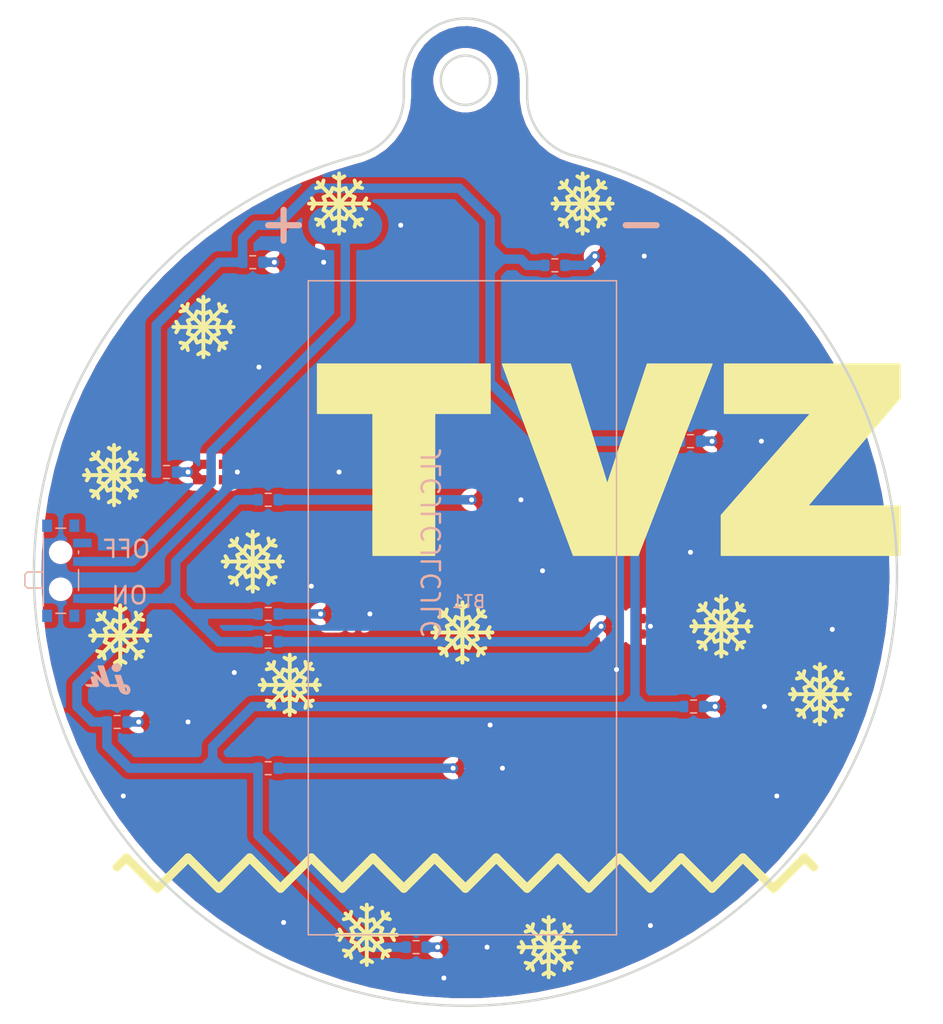
<source format=kicad_pcb>
(kicad_pcb (version 20171130) (host pcbnew "(5.1.10)-1")
  (layers (0 F.Cu signal) (31 B.Cu signal) (34 B.Paste user) (35 F.Paste user) (36 B.SilkS user) (37 F.SilkS user) (38 B.Mask user) (39 F.Mask user) (44 Edge.Cuts user))
  (net 0 "")
  (net 1 "Net-(D1-Pad1)")
  (net 2 "Net-(SW1-Pad3)")
  (net 3 VCC)
  (net 4 GND)
  (net 5 "Net-(D2-Pad1)")
  (net 6 "Net-(D3-Pad1)")
  (net 7 "Net-(D4-Pad1)")
  (net 8 "Net-(D5-Pad1)")
  (net 9 "Net-(D6-Pad1)")
  (net 10 "Net-(D7-Pad1)")
  (net 11 "Net-(D8-Pad1)")
  (net 12 "Net-(D9-Pad1)")
  (net 13 "Net-(D10-Pad1)")
  (net 14 "Net-(D11-Pad1)")
  (net 15 "Net-(R1-Pad1)")
  (module TVZ_kuglica:D2 (layer F.Cu) (at 152 113.25)
    (fp_text reference G*** hide)
    (fp_text value LOGO hide)
  )
  (module TVZ_kuglica:D1 (layer F.Cu) (at 122.75 113.25)
    (fp_text reference G*** hide)
    (fp_text value LOGO hide)
  )
  (module TVZ_kuglica:logo (layer B.Cu) (at 107.95 108.45 180)
    (fp_text reference G*** hide)
    (fp_text value LOGO hide)
  )
  (module TVZ_kuglica:ukras1 (layer F.Cu) (at 165.75 109.75)
    (fp_text reference G*** hide)
    (fp_text value LOGO hide)
  )
  (module TVZ_kuglica:ukras1 (layer F.Cu) (at 129 129.25)
    (fp_text reference G*** hide)
    (fp_text value LOGO hide)
  )
  (module TVZ_kuglica:ukras1 (layer F.Cu) (at 143.75 130.25)
    (fp_text reference G*** hide)
    (fp_text value LOGO hide)
  )
  (module TVZ_kuglica:ukras1 (layer F.Cu) (at 115.75 80)
    (fp_text reference G*** hide)
    (fp_text value LOGO hide)
  )
  (module TVZ_kuglica:ukras2 (layer F.Cu) (at 144.25 78.75)
    (fp_text reference G*** hide)
    (fp_text value LOGO hide)
  )
  (module TVZ_kuglica:ukras1 (layer F.Cu) (at 146.5 70)
    (fp_text reference G*** hide)
    (fp_text value LOGO hide)
  )
  (module TVZ_kuglica:ukras3 (layer F.Cu) (at 137 68.75)
    (fp_text reference G*** hide)
    (fp_text value LOGO hide)
  )
  (module TVZ_kuglica:ukras1 (layer F.Cu) (at 157.75 104.25)
    (fp_text reference G*** hide)
    (fp_text value LOGO hide)
  )
  (module TVZ_kuglica:ukras1 (layer F.Cu) (at 136.75 104.75)
    (fp_text reference G*** hide)
    (fp_text value LOGO hide)
  )
  (module TVZ_kuglica:ukras1 (layer F.Cu) (at 122.75 109)
    (fp_text reference G*** hide)
    (fp_text value LOGO hide)
  )
  (module TVZ_kuglica:ukras1 (layer F.Cu) (at 109 105)
    (fp_text reference G*** hide)
    (fp_text value LOGO hide)
  )
  (module TVZ_kuglica:ukras1 (layer F.Cu) (at 119.75 99)
    (fp_text reference G*** hide)
    (fp_text value LOGO hide)
  )
  (module TVZ_kuglica:ukras1 (layer F.Cu) (at 108.5 92)
    (fp_text reference G*** hide)
    (fp_text value LOGO hide)
  )
  (module TVZ_kuglica:ukras1 (layer F.Cu) (at 126.75 70)
    (fp_text reference G*** hide)
    (fp_text value LOGO hide)
  )
  (module Button_Switch_SMD:SW_SPDT_PCM12 (layer B.Cu) (at 104.5 99.75 90)
    (fp_text reference SW1 hide)
    (fp_text value SW_SPDT)
    (pad "" np_thru_hole circle (at -1.5 -0.33 90) (size 0.9 0.9) (drill 0.9) (layers *.Cu *.Mask))
    (pad "" np_thru_hole circle (at 1.5 -0.33 90) (size 0.9 0.9) (drill 0.9) (layers *.Cu *.Mask))
    (pad 1 smd rect (at -2.25 1.43 90) (size 0.7 1.5) (layers B.Cu B.Paste B.Mask) (net 15 "Net-(R1-Pad1)"))
    (pad 2 smd rect (at 0.75 1.43 90) (size 0.7 1.5) (layers B.Cu B.Paste B.Mask) (net 3 VCC))
    (pad 3 smd rect (at 2.25 1.43 90) (size 0.7 1.5) (layers B.Cu B.Paste B.Mask) (net 2 "Net-(SW1-Pad3)"))
    (pad "" smd rect (at -3.65 -1.43 90) (size 1 0.8) (layers B.Cu B.Paste B.Mask))
    (pad "" smd rect (at 3.65 -1.43 90) (size 1 0.8) (layers B.Cu B.Paste B.Mask))
    (pad "" smd rect (at 3.65 0.78 90) (size 1 0.8) (layers B.Cu B.Paste B.Mask))
    (pad "" smd rect (at -3.65 0.78 90) (size 1 0.8) (layers B.Cu B.Paste B.Mask))
  )
  (module TVZ_kuglica:LED-0807 (layer F.Cu) (at 116.5 91.75)
    (fp_text reference D1 hide)
    (fp_text value RGB)
    (pad 1 smd rect (at -1.05 -0.625) (size 1.1 0.75) (layers F.Cu F.Paste F.Mask) (net 1 "Net-(D1-Pad1)"))
    (pad 2 smd rect (at 1.05 -0.625) (size 1.1 0.75) (layers F.Cu F.Paste F.Mask) (net 4 GND))
    (pad 1 smd rect (at -1.05 0.625) (size 1.1 0.75) (layers F.Cu F.Paste F.Mask) (net 1 "Net-(D1-Pad1)"))
    (pad 2 smd rect (at 1.05 0.625) (size 1.1 0.75) (layers F.Cu F.Paste F.Mask) (net 4 GND))
  )
  (module TVZ_kuglica:LED-0807 (layer F.Cu) (at 123.5 74.75)
    (fp_text reference D2 hide)
    (fp_text value RGB)
    (pad 2 smd rect (at 1.05 0.625) (size 1.1 0.75) (layers F.Cu F.Paste F.Mask) (net 4 GND))
    (pad 1 smd rect (at -1.05 0.625) (size 1.1 0.75) (layers F.Cu F.Paste F.Mask) (net 5 "Net-(D2-Pad1)"))
    (pad 2 smd rect (at 1.05 -0.625) (size 1.1 0.75) (layers F.Cu F.Paste F.Mask) (net 4 GND))
    (pad 1 smd rect (at -1.05 -0.625) (size 1.1 0.75) (layers F.Cu F.Paste F.Mask) (net 5 "Net-(D2-Pad1)"))
  )
  (module TVZ_kuglica:LED-0807 (layer F.Cu) (at 149.5 74.25)
    (fp_text reference D3 hide)
    (fp_text value RGB)
    (pad 1 smd rect (at -1.05 -0.625) (size 1.1 0.75) (layers F.Cu F.Paste F.Mask) (net 6 "Net-(D3-Pad1)"))
    (pad 2 smd rect (at 1.05 -0.625) (size 1.1 0.75) (layers F.Cu F.Paste F.Mask) (net 4 GND))
    (pad 1 smd rect (at -1.05 0.625) (size 1.1 0.75) (layers F.Cu F.Paste F.Mask) (net 6 "Net-(D3-Pad1)"))
    (pad 2 smd rect (at 1.05 0.625) (size 1.1 0.75) (layers F.Cu F.Paste F.Mask) (net 4 GND))
  )
  (module TVZ_kuglica:LED-0807 (layer F.Cu) (at 127.25 103.25)
    (fp_text reference D4 hide)
    (fp_text value RGB)
    (pad 2 smd rect (at 1.05 0.625) (size 1.1 0.75) (layers F.Cu F.Paste F.Mask) (net 4 GND))
    (pad 1 smd rect (at -1.05 0.625) (size 1.1 0.75) (layers F.Cu F.Paste F.Mask) (net 7 "Net-(D4-Pad1)"))
    (pad 2 smd rect (at 1.05 -0.625) (size 1.1 0.75) (layers F.Cu F.Paste F.Mask) (net 4 GND))
    (pad 1 smd rect (at -1.05 -0.625) (size 1.1 0.75) (layers F.Cu F.Paste F.Mask) (net 7 "Net-(D4-Pad1)"))
  )
  (module TVZ_kuglica:LED-0807 (layer F.Cu) (at 112.5 112)
    (fp_text reference D5 hide)
    (fp_text value RGB)
    (pad 1 smd rect (at -1.05 -0.625) (size 1.1 0.75) (layers F.Cu F.Paste F.Mask) (net 8 "Net-(D5-Pad1)"))
    (pad 2 smd rect (at 1.05 -0.625) (size 1.1 0.75) (layers F.Cu F.Paste F.Mask) (net 4 GND))
    (pad 1 smd rect (at -1.05 0.625) (size 1.1 0.75) (layers F.Cu F.Paste F.Mask) (net 8 "Net-(D5-Pad1)"))
    (pad 2 smd rect (at 1.05 0.625) (size 1.1 0.75) (layers F.Cu F.Paste F.Mask) (net 4 GND))
  )
  (module TVZ_kuglica:LED-0807 (layer F.Cu) (at 138 115.75)
    (fp_text reference D6 hide)
    (fp_text value RGB)
    (pad 2 smd rect (at 1.05 0.625) (size 1.1 0.75) (layers F.Cu F.Paste F.Mask) (net 4 GND))
    (pad 1 smd rect (at -1.05 0.625) (size 1.1 0.75) (layers F.Cu F.Paste F.Mask) (net 9 "Net-(D6-Pad1)"))
    (pad 2 smd rect (at 1.05 -0.625) (size 1.1 0.75) (layers F.Cu F.Paste F.Mask) (net 4 GND))
    (pad 1 smd rect (at -1.05 -0.625) (size 1.1 0.75) (layers F.Cu F.Paste F.Mask) (net 9 "Net-(D6-Pad1)"))
  )
  (module TVZ_kuglica:LED-0807 (layer F.Cu) (at 159.25 110.75)
    (fp_text reference D8 hide)
    (fp_text value RGB)
    (pad 2 smd rect (at 1.05 0.625) (size 1.1 0.75) (layers F.Cu F.Paste F.Mask) (net 4 GND))
    (pad 1 smd rect (at -1.05 0.625) (size 1.1 0.75) (layers F.Cu F.Paste F.Mask) (net 11 "Net-(D8-Pad1)"))
    (pad 2 smd rect (at 1.05 -0.625) (size 1.1 0.75) (layers F.Cu F.Paste F.Mask) (net 4 GND))
    (pad 1 smd rect (at -1.05 -0.625) (size 1.1 0.75) (layers F.Cu F.Paste F.Mask) (net 11 "Net-(D8-Pad1)"))
  )
  (module TVZ_kuglica:LED-0807 (layer F.Cu) (at 159 89.25)
    (fp_text reference D9 hide)
    (fp_text value RGB)
    (pad 1 smd rect (at -1.05 -0.625) (size 1.1 0.75) (layers F.Cu F.Paste F.Mask) (net 12 "Net-(D9-Pad1)"))
    (pad 2 smd rect (at 1.05 -0.625) (size 1.1 0.75) (layers F.Cu F.Paste F.Mask) (net 4 GND))
    (pad 1 smd rect (at -1.05 0.625) (size 1.1 0.75) (layers F.Cu F.Paste F.Mask) (net 12 "Net-(D9-Pad1)"))
    (pad 2 smd rect (at 1.05 0.625) (size 1.1 0.75) (layers F.Cu F.Paste F.Mask) (net 4 GND))
  )
  (module TVZ_kuglica:LED-0807 (layer F.Cu) (at 150 104.25)
    (fp_text reference D10 hide)
    (fp_text value RGB)
    (pad 2 smd rect (at 1.05 0.625) (size 1.1 0.75) (layers F.Cu F.Paste F.Mask) (net 4 GND))
    (pad 1 smd rect (at -1.05 0.625) (size 1.1 0.75) (layers F.Cu F.Paste F.Mask) (net 13 "Net-(D10-Pad1)"))
    (pad 2 smd rect (at 1.05 -0.625) (size 1.1 0.75) (layers F.Cu F.Paste F.Mask) (net 4 GND))
    (pad 1 smd rect (at -1.05 -0.625) (size 1.1 0.75) (layers F.Cu F.Paste F.Mask) (net 13 "Net-(D10-Pad1)"))
  )
  (module TVZ_kuglica:BAT-2xAAA-horizontalni_padovi (layer B.Cu) (at 137.25 102.75)
    (fp_text reference BT1 (at 0 -0.5) (layer B.SilkS) (effects (justify mirror)))
    (fp_text value 2xAAA)
    (pad 1 smd oval (at -10 -31 90) (size 3 6) (layers B.Cu B.Paste B.Mask) (net 3 VCC))
    (pad 2 smd oval (at 9 -31 270) (size 3 6) (layers B.Cu B.Paste B.Mask) (net 4 GND))
  )
  (module TVZ_kuglica:LED-0807 (layer F.Cu) (at 136.75 130.25)
    (fp_text reference D7 hide)
    (fp_text value RGB)
    (pad 1 smd rect (at -1.05 -0.625) (size 1.1 0.75) (layers F.Cu F.Paste F.Mask) (net 10 "Net-(D7-Pad1)"))
    (pad 2 smd rect (at 1.05 -0.625) (size 1.1 0.75) (layers F.Cu F.Paste F.Mask) (net 4 GND))
    (pad 1 smd rect (at -1.05 0.625) (size 1.1 0.75) (layers F.Cu F.Paste F.Mask) (net 10 "Net-(D7-Pad1)"))
    (pad 2 smd rect (at 1.05 0.625) (size 1.1 0.75) (layers F.Cu F.Paste F.Mask) (net 4 GND))
  )
  (module TVZ_kuglica:LED-0807 (layer F.Cu) (at 139.5 94)
    (fp_text reference D11 hide)
    (fp_text value RGB)
    (pad 1 smd rect (at -1.05 -0.625) (size 1.1 0.75) (layers F.Cu F.Paste F.Mask) (net 14 "Net-(D11-Pad1)"))
    (pad 2 smd rect (at 1.05 -0.625) (size 1.1 0.75) (layers F.Cu F.Paste F.Mask) (net 4 GND))
    (pad 1 smd rect (at -1.05 0.625) (size 1.1 0.75) (layers F.Cu F.Paste F.Mask) (net 14 "Net-(D11-Pad1)"))
    (pad 2 smd rect (at 1.05 0.625) (size 1.1 0.75) (layers F.Cu F.Paste F.Mask) (net 4 GND))
  )
  (module Resistor_SMD:R_0603_1608Metric (layer B.Cu) (at 112.75 91.75)
    (fp_text reference R1 hide)
    (fp_text value 2k)
    (pad 1 smd roundrect (at -0.825 0) (size 0.8 0.95) (layers B.Cu B.Paste B.Mask) (net 15 "Net-(R1-Pad1)"))
    (pad 2 smd roundrect (at 0.825 0) (size 0.8 0.95) (layers B.Cu B.Paste B.Mask) (net 1 "Net-(D1-Pad1)"))
  )
  (module Resistor_SMD:R_0603_1608Metric (layer B.Cu) (at 119.75 74.75)
    (fp_text reference R2)
    (fp_text value 2k)
    (pad 2 smd roundrect (at 0.825 0) (size 0.8 0.95) (layers B.Cu B.Paste B.Mask) (net 5 "Net-(D2-Pad1)"))
    (pad 1 smd roundrect (at -0.825 0) (size 0.8 0.95) (layers B.Cu B.Paste B.Mask) (net 15 "Net-(R1-Pad1)"))
  )
  (module Resistor_SMD:R_0603_1608Metric (layer B.Cu) (at 144.25 75)
    (fp_text reference R3 hide)
    (fp_text value 2k)
    (pad 1 smd roundrect (at -0.825 0) (size 0.8 0.95) (layers B.Cu B.Paste B.Mask) (net 15 "Net-(R1-Pad1)"))
    (pad 2 smd roundrect (at 0.825 0) (size 0.8 0.95) (layers B.Cu B.Paste B.Mask) (net 6 "Net-(D3-Pad1)"))
  )
  (module Resistor_SMD:R_0603_1608Metric (layer B.Cu) (at 121 103.25)
    (fp_text reference R4)
    (fp_text value 2k)
    (pad 2 smd roundrect (at 0.825 0) (size 0.8 0.95) (layers B.Cu B.Paste B.Mask) (net 7 "Net-(D4-Pad1)"))
    (pad 1 smd roundrect (at -0.825 0) (size 0.8 0.95) (layers B.Cu B.Paste B.Mask) (net 15 "Net-(R1-Pad1)"))
  )
  (module Resistor_SMD:R_0603_1608Metric (layer B.Cu) (at 108.75 112)
    (fp_text reference R5)
    (fp_text value 2k)
    (pad 1 smd roundrect (at -0.825 0) (size 0.8 0.95) (layers B.Cu B.Paste B.Mask) (net 15 "Net-(R1-Pad1)"))
    (pad 2 smd roundrect (at 0.825 0) (size 0.8 0.95) (layers B.Cu B.Paste B.Mask) (net 8 "Net-(D5-Pad1)"))
  )
  (module Resistor_SMD:R_0603_1608Metric (layer B.Cu) (at 121 115.75)
    (fp_text reference R6 hide)
    (fp_text value 2k)
    (pad 2 smd roundrect (at 0.825 0) (size 0.8 0.95) (layers B.Cu B.Paste B.Mask) (net 9 "Net-(D6-Pad1)"))
    (pad 1 smd roundrect (at -0.825 0) (size 0.8 0.95) (layers B.Cu B.Paste B.Mask) (net 15 "Net-(R1-Pad1)"))
  )
  (module Resistor_SMD:R_0603_1608Metric (layer B.Cu) (at 133 130.25)
    (fp_text reference R7)
    (fp_text value 2k)
    (pad 1 smd roundrect (at -0.825 0) (size 0.8 0.95) (layers B.Cu B.Paste B.Mask) (net 15 "Net-(R1-Pad1)"))
    (pad 2 smd roundrect (at 0.825 0) (size 0.8 0.95) (layers B.Cu B.Paste B.Mask) (net 10 "Net-(D7-Pad1)"))
  )
  (module Resistor_SMD:R_0603_1608Metric (layer B.Cu) (at 155.5 110.75)
    (fp_text reference R8 hide)
    (fp_text value 2k)
    (pad 2 smd roundrect (at 0.825 0) (size 0.8 0.95) (layers B.Cu B.Paste B.Mask) (net 11 "Net-(D8-Pad1)"))
    (pad 1 smd roundrect (at -0.825 0) (size 0.8 0.95) (layers B.Cu B.Paste B.Mask) (net 15 "Net-(R1-Pad1)"))
  )
  (module Resistor_SMD:R_0603_1608Metric (layer B.Cu) (at 155.25 89.25)
    (fp_text reference R9 hide)
    (fp_text value 2k)
    (pad 1 smd roundrect (at -0.825 0) (size 0.8 0.95) (layers B.Cu B.Paste B.Mask) (net 15 "Net-(R1-Pad1)"))
    (pad 2 smd roundrect (at 0.825 0) (size 0.8 0.95) (layers B.Cu B.Paste B.Mask) (net 12 "Net-(D9-Pad1)"))
  )
  (module Resistor_SMD:R_0603_1608Metric (layer B.Cu) (at 121 105.5)
    (fp_text reference R10)
    (fp_text value 2k)
    (pad 2 smd roundrect (at 0.825 0) (size 0.8 0.95) (layers B.Cu B.Paste B.Mask) (net 13 "Net-(D10-Pad1)"))
    (pad 1 smd roundrect (at -0.825 0) (size 0.8 0.95) (layers B.Cu B.Paste B.Mask) (net 15 "Net-(R1-Pad1)"))
  )
  (module Resistor_SMD:R_0603_1608Metric (layer B.Cu) (at 121 94)
    (fp_text reference R11 hide)
    (fp_text value 2k)
    (pad 1 smd roundrect (at -0.825 0) (size 0.8 0.95) (layers B.Cu B.Paste B.Mask) (net 15 "Net-(R1-Pad1)"))
    (pad 2 smd roundrect (at 0.825 0) (size 0.8 0.95) (layers B.Cu B.Paste B.Mask) (net 14 "Net-(D11-Pad1)"))
  )
  (gr_line (start 157 125.5) (end 154.5 123) (layer F.SilkS) (width 0.7))
  (gr_line (start 122 125.5) (end 119.5 123) (layer F.SilkS) (width 0.7))
  (gr_line (start 117 125.5) (end 114.5 123) (layer F.SilkS) (width 0.7))
  (gr_line (start 129.5 123) (end 127 125.5) (layer F.SilkS) (width 0.7))
  (gr_line (start 137 125.5) (end 134.5 123) (layer F.SilkS) (width 0.7))
  (gr_line (start 112 125.5) (end 109.5 123) (layer F.SilkS) (width 0.7))
  (gr_line (start 139.5 123) (end 137 125.5) (layer F.SilkS) (width 0.7))
  (gr_line (start 134.5 123) (end 132 125.5) (layer F.SilkS) (width 0.7))
  (gr_line (start 152 125.5) (end 149.5 123) (layer F.SilkS) (width 0.7))
  (gr_line (start 109.5 123) (end 108.75 123.75) (layer F.SilkS) (width 0.7))
  (gr_line (start 147 125.5) (end 144.5 123) (layer F.SilkS) (width 0.7))
  (gr_line (start 154.5 123) (end 152 125.5) (layer F.SilkS) (width 0.7))
  (gr_line (start 165.25 123.75) (end 164.5 123) (layer F.SilkS) (width 0.7))
  (gr_line (start 127 125.5) (end 124.5 123) (layer F.SilkS) (width 0.7))
  (gr_line (start 162 125.5) (end 159.5 123) (layer F.SilkS) (width 0.7))
  (gr_line (start 114.5 123) (end 112 125.5) (layer F.SilkS) (width 0.7))
  (gr_line (start 159.5 123) (end 157 125.5) (layer F.SilkS) (width 0.7))
  (gr_line (start 149.5 123) (end 147 125.5) (layer F.SilkS) (width 0.7))
  (gr_line (start 119.5 123) (end 117 125.5) (layer F.SilkS) (width 0.7))
  (gr_line (start 142 125.5) (end 139.5 123) (layer F.SilkS) (width 0.7))
  (gr_line (start 124.5 123) (end 122 125.5) (layer F.SilkS) (width 0.7))
  (gr_line (start 144.5 123) (end 142 125.5) (layer F.SilkS) (width 0.7))
  (gr_line (start 132 125.5) (end 129.5 123) (layer F.SilkS) (width 0.7))
  (gr_line (start 164.5 123) (end 162 125.5) (layer F.SilkS) (width 0.7))
  (gr_poly (pts (xy 172.25 85.75) (xy 164.75 94.5) (xy 172.25 94.5) (xy 172.25 98.5) (xy 157.75 98.5) (xy 157.75 95.25) (xy 165 87) (xy 158 87) (xy 158 83) (xy 172.25 83)) (layer F.SilkS) (width 0.1))
  (gr_poly (pts (xy 148.5 92.75) (xy 151.75 83) (xy 157 83) (xy 151 98.5) (xy 145.75 98.5) (xy 140 83) (xy 145.5 83)) (layer F.SilkS) (width 0.1))
  (gr_poly (pts (xy 139 87) (xy 134.5 87) (xy 134.5 98.5) (xy 129.5 98.5) (xy 129.5 87) (xy 125 87) (xy 125 83) (xy 139 83)) (layer F.SilkS) (width 0.1))
  (gr_line (start 132 61.270167) (end 132 60) (layer Edge.Cuts) (width 0.2))
  (gr_arc (start 147 61.270167) (end 142 61.270167) (angle -75.52248781) (layer Edge.Cuts) (width 0.2))
  (gr_arc (start 137 60) (end 142 60) (angle -180) (layer Edge.Cuts) (width 0.2))
  (gr_arc (start 137 100) (end 128.249999 66.111396) (angle -331.0449756) (layer Edge.Cuts) (width 0.2))
  (gr_arc (start 126.999999 61.270167) (end 128.249999 66.111396) (angle -75.52248781) (layer Edge.Cuts) (width 0.2))
  (gr_line (start 142 60) (end 142 61.270167) (layer Edge.Cuts) (width 0.2))
  (gr_text ON (at 109.75 101.75) (layer B.SilkS) (effects (font (size 1.4 1.4) (thickness 0.2)) (justify mirror)))
  (gr_text OFF (at 109.5 98) (layer B.SilkS) (effects (font (size 1.4 1.4) (thickness 0.2)) (justify mirror)))
  (gr_text JLCJLCJLCJLC (at 134.25 97.5 90) (layer B.SilkS) (effects (font (size 1.5 1.5) (thickness 0.2)) (justify mirror)))
  (gr_circle (center 137 60) (end 139 60) (layer Edge.Cuts) (width 0.2))
  (via (at 114.5 91.75) (size 0.8) (drill 0.4) (layers F.Cu B.Cu) (net 1))
  (segment (start 114.5 91.75) (end 113.575 91.75) (width 0.762) (layer B.Cu) (net 1))
  (segment (start 114.825 91.75) (end 115.45 91.125) (width 0.762) (layer F.Cu) (net 1))
  (segment (start 114.825 91.75) (end 115.45 92.375) (width 0.762) (layer F.Cu) (net 1))
  (segment (start 114.5 91.75) (end 114.825 91.75) (width 0.762) (layer F.Cu) (net 1))
  (segment (start 116.375 90.125) (end 127.25 79.25) (width 0.762) (layer B.Cu) (net 3))
  (segment (start 116.375 92.625) (end 116.375 90.125) (width 0.762) (layer B.Cu) (net 3))
  (segment (start 110 99) (end 116.375 92.625) (width 0.762) (layer B.Cu) (net 3))
  (segment (start 127.25 79.25) (end 127.25 71.75) (width 0.762) (layer B.Cu) (net 3))
  (segment (start 105.93 99) (end 110 99) (width 0.762) (layer B.Cu) (net 3))
  (via (at 118.5 91.75) (size 0.8) (drill 0.4) (layers F.Cu B.Cu) (net 4))
  (via (at 161 89.25) (size 0.8) (drill 0.4) (layers F.Cu B.Cu) (net 4))
  (via (at 125.5 74.75) (size 0.8) (drill 0.4) (layers F.Cu B.Cu) (net 4))
  (via (at 151.5 74.25) (size 0.8) (drill 0.4) (layers F.Cu B.Cu) (net 4))
  (via (at 131.75 71.75) (size 0.8) (drill 0.4) (layers F.Cu B.Cu) (net 4))
  (via (at 120.25 83.25) (size 0.8) (drill 0.4) (layers F.Cu B.Cu) (net 4))
  (via (at 126.75 91.75) (size 0.8) (drill 0.4) (layers F.Cu B.Cu) (net 4))
  (via (at 143.25 99.75) (size 0.8) (drill 0.4) (layers F.Cu B.Cu) (net 4))
  (via (at 155.25 98.25) (size 0.8) (drill 0.4) (layers F.Cu B.Cu) (net 4))
  (via (at 166.75 104.5) (size 0.8) (drill 0.4) (layers F.Cu B.Cu) (net 4))
  (via (at 149.25 107.75) (size 0.8) (drill 0.4) (layers F.Cu B.Cu) (net 4))
  (via (at 162.25 118) (size 0.8) (drill 0.4) (layers F.Cu B.Cu) (net 4))
  (via (at 139 112.25) (size 0.8) (drill 0.4) (layers F.Cu B.Cu) (net 4))
  (via (at 118.25 108) (size 0.8) (drill 0.4) (layers F.Cu B.Cu) (net 4))
  (via (at 114.5 112) (size 0.8) (drill 0.4) (layers F.Cu B.Cu) (net 4))
  (via (at 109.25 118) (size 0.8) (drill 0.4) (layers F.Cu B.Cu) (net 4))
  (via (at 124.5 101) (size 0.8) (drill 0.4) (layers F.Cu B.Cu) (net 4))
  (via (at 122.25 128.25) (size 0.8) (drill 0.4) (layers F.Cu B.Cu) (net 4))
  (via (at 135.25 132.75) (size 0.8) (drill 0.4) (layers F.Cu B.Cu) (net 4))
  (via (at 152 128.5) (size 0.8) (drill 0.4) (layers F.Cu B.Cu) (net 4))
  (via (at 138.75 130.25) (size 0.8) (drill 0.4) (layers F.Cu B.Cu) (net 4))
  (via (at 140 115.75) (size 0.8) (drill 0.4) (layers F.Cu B.Cu) (net 4))
  (via (at 152 104.25) (size 0.8) (drill 0.4) (layers F.Cu B.Cu) (net 4))
  (via (at 161.25 110.75) (size 0.8) (drill 0.4) (layers F.Cu B.Cu) (net 4))
  (via (at 129.25 103.25) (size 0.8) (drill 0.4) (layers F.Cu B.Cu) (net 4))
  (via (at 141.5 94) (size 0.8) (drill 0.4) (layers F.Cu B.Cu) (net 4))
  (via (at 121.5 74.75) (size 0.8) (drill 0.4) (layers F.Cu B.Cu) (net 5))
  (segment (start 121.5 74.75) (end 120.575 74.75) (width 0.762) (layer B.Cu) (net 5))
  (segment (start 121.825 74.75) (end 122.45 74.125) (width 0.762) (layer F.Cu) (net 5))
  (segment (start 121.825 74.75) (end 122.45 75.375) (width 0.762) (layer F.Cu) (net 5))
  (segment (start 121.5 74.75) (end 121.825 74.75) (width 0.762) (layer F.Cu) (net 5))
  (via (at 147.5 74.25) (size 0.8) (drill 0.4) (layers F.Cu B.Cu) (net 6))
  (segment (start 147.825 74.25) (end 148.45 73.625) (width 0.762) (layer F.Cu) (net 6))
  (segment (start 147.825 74.25) (end 148.45 74.875) (width 0.762) (layer F.Cu) (net 6))
  (segment (start 147.5 74.25) (end 147.825 74.25) (width 0.762) (layer F.Cu) (net 6))
  (segment (start 146.75 75) (end 147.5 74.25) (width 0.762) (layer B.Cu) (net 6))
  (segment (start 145.075 75) (end 146.75 75) (width 0.762) (layer B.Cu) (net 6))
  (via (at 125.25 103.25) (size 0.8) (drill 0.4) (layers F.Cu B.Cu) (net 7))
  (segment (start 125.575 103.25) (end 126.2 102.625) (width 0.762) (layer F.Cu) (net 7))
  (segment (start 125.575 103.25) (end 126.2 103.875) (width 0.762) (layer F.Cu) (net 7))
  (segment (start 125.25 103.25) (end 125.575 103.25) (width 0.762) (layer F.Cu) (net 7))
  (segment (start 125.25 103.25) (end 121.825 103.25) (width 0.762) (layer B.Cu) (net 7))
  (via (at 110.5 112) (size 0.8) (drill 0.4) (layers F.Cu B.Cu) (net 8))
  (segment (start 110.825 112) (end 111.45 111.375) (width 0.762) (layer F.Cu) (net 8))
  (segment (start 110.825 112) (end 111.45 112.625) (width 0.762) (layer F.Cu) (net 8))
  (segment (start 110.5 112) (end 110.825 112) (width 0.762) (layer F.Cu) (net 8))
  (segment (start 110.5 112) (end 109.575 112) (width 0.762) (layer B.Cu) (net 8))
  (via (at 136 115.75) (size 0.8) (drill 0.4) (layers F.Cu B.Cu) (net 9))
  (segment (start 121.825 115.75) (end 136 115.75) (width 0.762) (layer B.Cu) (net 9))
  (segment (start 136.325 115.75) (end 136.95 115.125) (width 0.762) (layer F.Cu) (net 9))
  (segment (start 136.325 115.75) (end 136.95 116.375) (width 0.762) (layer F.Cu) (net 9))
  (segment (start 136 115.75) (end 136.325 115.75) (width 0.762) (layer F.Cu) (net 9))
  (via (at 134.75 130.25) (size 0.8) (drill 0.4) (layers F.Cu B.Cu) (net 10))
  (segment (start 135.075 130.25) (end 135.7 129.625) (width 0.762) (layer F.Cu) (net 10))
  (segment (start 135.075 130.25) (end 135.7 130.875) (width 0.762) (layer F.Cu) (net 10))
  (segment (start 134.75 130.25) (end 135.075 130.25) (width 0.762) (layer F.Cu) (net 10))
  (segment (start 134.75 130.25) (end 133.825 130.25) (width 0.762) (layer B.Cu) (net 10))
  (via (at 157.25 110.75) (size 0.8) (drill 0.4) (layers F.Cu B.Cu) (net 11))
  (segment (start 157.575 110.75) (end 158.2 110.125) (width 0.762) (layer F.Cu) (net 11))
  (segment (start 157.575 110.75) (end 158.2 111.375) (width 0.762) (layer F.Cu) (net 11))
  (segment (start 157.25 110.75) (end 157.575 110.75) (width 0.762) (layer F.Cu) (net 11))
  (segment (start 157.25 110.75) (end 156.325 110.75) (width 0.762) (layer B.Cu) (net 11))
  (via (at 157 89.25) (size 0.8) (drill 0.4) (layers F.Cu B.Cu) (net 12))
  (segment (start 156.075 89.25) (end 157 89.25) (width 0.762) (layer B.Cu) (net 12))
  (segment (start 157.325 89.25) (end 157.95 88.625) (width 0.762) (layer F.Cu) (net 12))
  (segment (start 157.325 89.25) (end 157.95 89.875) (width 0.762) (layer F.Cu) (net 12))
  (segment (start 157 89.25) (end 157.325 89.25) (width 0.762) (layer F.Cu) (net 12))
  (via (at 148 104.25) (size 0.8) (drill 0.4) (layers F.Cu B.Cu) (net 13))
  (segment (start 146.75 105.5) (end 148 104.25) (width 0.762) (layer B.Cu) (net 13))
  (segment (start 121.825 105.5) (end 146.75 105.5) (width 0.762) (layer B.Cu) (net 13))
  (segment (start 148.325 104.25) (end 148.95 103.625) (width 0.762) (layer F.Cu) (net 13))
  (segment (start 148.325 104.25) (end 148.95 104.875) (width 0.762) (layer F.Cu) (net 13))
  (segment (start 148 104.25) (end 148.325 104.25) (width 0.762) (layer F.Cu) (net 13))
  (via (at 137.5 94) (size 0.8) (drill 0.4) (layers F.Cu B.Cu) (net 14))
  (segment (start 121.825 94) (end 137.5 94) (width 0.762) (layer B.Cu) (net 14))
  (segment (start 137.825 94) (end 138.45 93.375) (width 0.762) (layer F.Cu) (net 14))
  (segment (start 137.825 94) (end 138.45 94.625) (width 0.762) (layer F.Cu) (net 14))
  (segment (start 137.5 94) (end 137.825 94) (width 0.762) (layer F.Cu) (net 14))
  (segment (start 114.75 103.25) (end 113.5 102) (width 0.762) (layer B.Cu) (net 15))
  (segment (start 120.175 105.5) (end 117 105.5) (width 0.762) (layer B.Cu) (net 15))
  (segment (start 115.75 103.5) (end 116 103.25) (width 0.762) (layer B.Cu) (net 15))
  (segment (start 115.75 104.25) (end 115.75 103.5) (width 0.762) (layer B.Cu) (net 15))
  (segment (start 116 103.25) (end 114.75 103.25) (width 0.762) (layer B.Cu) (net 15))
  (segment (start 120.175 103.25) (end 116 103.25) (width 0.762) (layer B.Cu) (net 15))
  (segment (start 117 105.5) (end 115.75 104.25) (width 0.762) (layer B.Cu) (net 15))
  (segment (start 115.75 104.25) (end 114.75 103.25) (width 0.762) (layer B.Cu) (net 15))
  (segment (start 107.925 112) (end 106.75 112) (width 0.762) (layer B.Cu) (net 15))
  (segment (start 106.75 112) (end 105.5 110.75) (width 0.762) (layer B.Cu) (net 15))
  (segment (start 105.5 110.75) (end 105.5 109) (width 0.762) (layer B.Cu) (net 15))
  (segment (start 105.5 109) (end 110.25 104.25) (width 0.762) (layer B.Cu) (net 15))
  (segment (start 110.25 103) (end 109.25 102) (width 0.762) (layer B.Cu) (net 15))
  (segment (start 110.25 102) (end 109.25 102) (width 0.762) (layer B.Cu) (net 15))
  (segment (start 110.25 104.25) (end 110.25 103.25) (width 0.762) (layer B.Cu) (net 15))
  (segment (start 109.25 102) (end 105.93 102) (width 0.762) (layer B.Cu) (net 15))
  (segment (start 110.25 103.25) (end 110.25 102) (width 0.762) (layer B.Cu) (net 15))
  (segment (start 110.25 103) (end 111.25 102) (width 0.762) (layer B.Cu) (net 15))
  (segment (start 110.25 103.25) (end 110.25 103) (width 0.762) (layer B.Cu) (net 15))
  (segment (start 111.25 102) (end 110.25 102) (width 0.762) (layer B.Cu) (net 15))
  (segment (start 118.925 74.75) (end 117 74.75) (width 0.762) (layer B.Cu) (net 15))
  (segment (start 111.925 79.825) (end 111.925 91.75) (width 0.762) (layer B.Cu) (net 15))
  (segment (start 117 74.75) (end 111.925 79.825) (width 0.762) (layer B.Cu) (net 15))
  (segment (start 120.175 94) (end 118.5 94) (width 0.762) (layer B.Cu) (net 15))
  (segment (start 118.5 94) (end 113.5 99) (width 0.762) (layer B.Cu) (net 15))
  (segment (start 113.5 101) (end 112.5 102) (width 0.762) (layer B.Cu) (net 15))
  (segment (start 112.5 102) (end 111.25 102) (width 0.762) (layer B.Cu) (net 15))
  (segment (start 113.5 102) (end 112.5 102) (width 0.762) (layer B.Cu) (net 15))
  (segment (start 113.5 99) (end 113.5 101) (width 0.762) (layer B.Cu) (net 15))
  (segment (start 113.5 101) (end 113.5 102) (width 0.762) (layer B.Cu) (net 15))
  (segment (start 107.925 113.925) (end 107.925 112) (width 0.762) (layer B.Cu) (net 15))
  (segment (start 109.75 115.75) (end 107.925 113.925) (width 0.762) (layer B.Cu) (net 15))
  (segment (start 132.175 130.25) (end 129.25 130.25) (width 0.762) (layer B.Cu) (net 15))
  (segment (start 120.175 121.175) (end 120.175 115.75) (width 0.762) (layer B.Cu) (net 15))
  (segment (start 129.25 130.25) (end 120.175 121.175) (width 0.762) (layer B.Cu) (net 15))
  (segment (start 119.75 110.75) (end 116.5 114) (width 0.762) (layer B.Cu) (net 15))
  (segment (start 116.5 115) (end 115.75 115.75) (width 0.762) (layer B.Cu) (net 15))
  (segment (start 115.75 115.75) (end 109.75 115.75) (width 0.762) (layer B.Cu) (net 15))
  (segment (start 116.5 115.75) (end 115.75 115.75) (width 0.762) (layer B.Cu) (net 15))
  (segment (start 116.5 114) (end 116.5 115) (width 0.762) (layer B.Cu) (net 15))
  (segment (start 116.5 115) (end 116.5 115.75) (width 0.762) (layer B.Cu) (net 15))
  (segment (start 116.5 115) (end 117.25 115.75) (width 0.762) (layer B.Cu) (net 15))
  (segment (start 117.25 115.75) (end 116.5 115.75) (width 0.762) (layer B.Cu) (net 15))
  (segment (start 120.175 115.75) (end 117.25 115.75) (width 0.762) (layer B.Cu) (net 15))
  (segment (start 139 76) (end 139 84.5) (width 0.762) (layer B.Cu) (net 15))
  (segment (start 150.75 110) (end 150 110.75) (width 0.762) (layer B.Cu) (net 15))
  (segment (start 150 110.75) (end 119.75 110.75) (width 0.762) (layer B.Cu) (net 15))
  (segment (start 150.75 110.75) (end 150 110.75) (width 0.762) (layer B.Cu) (net 15))
  (segment (start 150.75 96.25) (end 150.75 109.75) (width 0.762) (layer B.Cu) (net 15))
  (segment (start 150.75 109.75) (end 150.75 110.75) (width 0.762) (layer B.Cu) (net 15))
  (segment (start 150.75 110) (end 151.5 110.75) (width 0.762) (layer B.Cu) (net 15))
  (segment (start 150.75 109.75) (end 150.75 110) (width 0.762) (layer B.Cu) (net 15))
  (segment (start 151.5 110.75) (end 150.75 110.75) (width 0.762) (layer B.Cu) (net 15))
  (segment (start 154.675 110.75) (end 151.5 110.75) (width 0.762) (layer B.Cu) (net 15))
  (segment (start 139 84.5) (end 143.75 89.25) (width 0.762) (layer B.Cu) (net 15))
  (segment (start 145 90.5) (end 145 89.25) (width 0.762) (layer B.Cu) (net 15))
  (segment (start 145 89.25) (end 143.75 89.25) (width 0.762) (layer B.Cu) (net 15))
  (segment (start 154.425 89.25) (end 145 89.25) (width 0.762) (layer B.Cu) (net 15))
  (segment (start 143.75 89.25) (end 145 90.5) (width 0.762) (layer B.Cu) (net 15))
  (segment (start 145 90.5) (end 150.75 96.25) (width 0.762) (layer B.Cu) (net 15))
  (segment (start 139.25 74.5) (end 139 74.25) (width 0.762) (layer B.Cu) (net 15))
  (segment (start 140 74.5) (end 139 73.5) (width 0.762) (layer B.Cu) (net 15))
  (segment (start 139 74.25) (end 139 73.5) (width 0.762) (layer B.Cu) (net 15))
  (segment (start 140 74.5) (end 139.25 74.5) (width 0.762) (layer B.Cu) (net 15))
  (segment (start 140 74.5) (end 139 75.5) (width 0.762) (layer B.Cu) (net 15))
  (segment (start 139 75.5) (end 139 74.25) (width 0.762) (layer B.Cu) (net 15))
  (segment (start 139 76) (end 139 75.5) (width 0.762) (layer B.Cu) (net 15))
  (segment (start 124.75 68.75) (end 136.5 68.75) (width 0.762) (layer B.Cu) (net 15))
  (segment (start 121.75 71.75) (end 124.75 68.75) (width 0.762) (layer B.Cu) (net 15))
  (segment (start 136.5 68.75) (end 139 71.25) (width 0.762) (layer B.Cu) (net 15))
  (segment (start 120 71.75) (end 121.75 71.75) (width 0.762) (layer B.Cu) (net 15))
  (segment (start 139 71.25) (end 139 73.5) (width 0.762) (layer B.Cu) (net 15))
  (segment (start 118.925 72.825) (end 120 71.75) (width 0.762) (layer B.Cu) (net 15))
  (segment (start 118.925 74.75) (end 118.925 72.825) (width 0.762) (layer B.Cu) (net 15))
  (segment (start 143.425 75) (end 142 75) (width 0.762) (layer B.Cu) (net 15))
  (segment (start 141.5 74.5) (end 140 74.5) (width 0.762) (layer B.Cu) (net 15))
  (segment (start 142 75) (end 141.5 74.5) (width 0.762) (layer B.Cu) (net 15))
  (zone (net 4) (net_name GND) (layer F.Cu) (connect_pads (clearance 0.508)) (min_thickness 0.254) (fill yes (arc_segments 32) (thermal_gap 0.508) (thermal_bridge_width 0.508))
    (polygon (pts (xy 175.75 53.5) (xy 175.75 136.5) (xy 99.25 136.5) (xy 99.25 53.75)))
  )
  (zone (net 4) (net_name GND) (layer B.Cu) (connect_pads yes (clearance 0.508)) (min_thickness 0.254) (fill yes (arc_segments 32) (thermal_gap 0.508) (thermal_bridge_width 0.508))
    (polygon (pts (xy 175.75 53.5) (xy 175.75 136.5) (xy 99.25 136.5) (xy 99.25 53.75)))
  )
)
</source>
